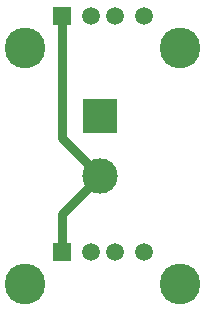
<source format=gtl>
G04 #@! TF.GenerationSoftware,KiCad,Pcbnew,7.0.7-7.0.7~ubuntu22.04.1*
G04 #@! TF.CreationDate,2023-10-15T17:29:46+01:00*
G04 #@! TF.ProjectId,USB_distri,5553425f-6469-4737-9472-692e6b696361,rev?*
G04 #@! TF.SameCoordinates,Original*
G04 #@! TF.FileFunction,Copper,L1,Top*
G04 #@! TF.FilePolarity,Positive*
%FSLAX46Y46*%
G04 Gerber Fmt 4.6, Leading zero omitted, Abs format (unit mm)*
G04 Created by KiCad (PCBNEW 7.0.7-7.0.7~ubuntu22.04.1) date 2023-10-15 17:29:46*
%MOMM*%
%LPD*%
G01*
G04 APERTURE LIST*
G04 #@! TA.AperFunction,ComponentPad*
%ADD10R,1.500000X1.500000*%
G04 #@! TD*
G04 #@! TA.AperFunction,ComponentPad*
%ADD11C,1.500000*%
G04 #@! TD*
G04 #@! TA.AperFunction,ComponentPad*
%ADD12C,3.450000*%
G04 #@! TD*
G04 #@! TA.AperFunction,ComponentPad*
%ADD13R,3.000000X3.000000*%
G04 #@! TD*
G04 #@! TA.AperFunction,ComponentPad*
%ADD14C,3.000000*%
G04 #@! TD*
G04 #@! TA.AperFunction,Conductor*
%ADD15C,0.800000*%
G04 #@! TD*
G04 APERTURE END LIST*
D10*
X142550000Y-62400000D03*
D11*
X145050000Y-62400000D03*
X147050000Y-62400000D03*
X149550000Y-62400000D03*
D12*
X139480000Y-65100000D03*
X152620000Y-65100000D03*
D10*
X142550000Y-82400000D03*
D11*
X145050000Y-82400000D03*
X147050000Y-82400000D03*
X149550000Y-82400000D03*
D12*
X139480000Y-85100000D03*
X152620000Y-85100000D03*
D13*
X145800000Y-70860000D03*
D14*
X145800000Y-75940000D03*
D15*
X142550000Y-72690000D02*
X145800000Y-75940000D01*
X142550000Y-79190000D02*
X142550000Y-82400000D01*
X142550000Y-62400000D02*
X142550000Y-72690000D01*
X145800000Y-75940000D02*
X142550000Y-79190000D01*
M02*

</source>
